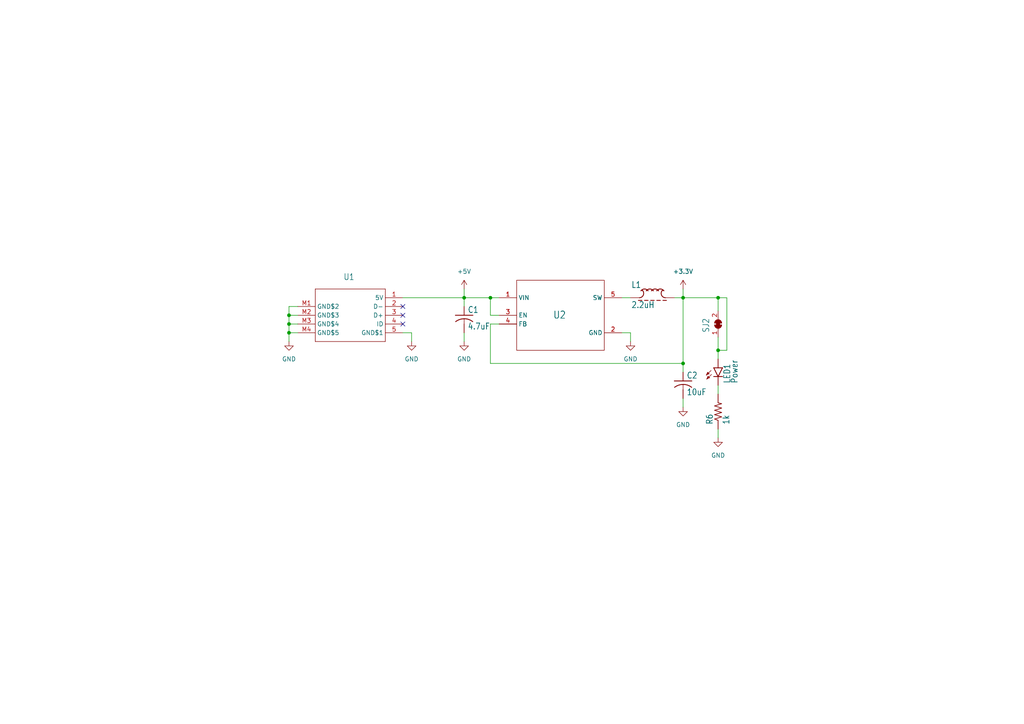
<source format=kicad_sch>
(kicad_sch (version 20230121) (generator eeschema)
  (paper "A4")
  (lib_symbols
    (symbol "Jumper:SolderJumper_2_Bridged" (pin_names (offset 0) hide)
      (property "Reference" "JP" (at 0 2.032 0))
      (property "Value" "SolderJumper_2_Bridged" (at 0 -2.54 0))
      (symbol "SolderJumper_2_Bridged_0_1"
        (rectangle (start -0.508 0.508) (end 0.508 -0.508) (fill (type outline)))
        (arc (start -0.254 1.016) (mid -1.2656 0) (end -0.254 -1.016))
        (arc (start -0.254 1.016) (mid -1.2656 0) (end -0.254 -1.016) (fill (type outline)))
        (polyline (pts (xy -0.254 1.016) (xy -0.254 -1.016)))
        (polyline (pts (xy 0.254 1.016) (xy 0.254 -1.016)))
        (arc (start 0.254 -1.016) (mid 1.2656 0) (end 0.254 1.016))
        (arc (start 0.254 -1.016) (mid 1.2656 0) (end 0.254 1.016) (fill (type outline)))
      )
      (symbol "SolderJumper_2_Bridged_1_1"
        (pin passive line (at -3.81 0 0) (length 2.54) (name "A") (number "1"))
        (pin passive line (at 3.81 0 180) (length 2.54) (name "B") (number "2"))
      )
    )
    (symbol "controller-eagle-import:10118194-MICRO-USB"
      (symbol "10118194-MICRO-USB_1_0"
        (polyline (pts (xy -10.16 -7.62) (xy 10.16 -7.62)) (stroke (width 0.1524)))
        (polyline (pts (xy -10.16 7.62) (xy -10.16 -7.62)) (stroke (width 0.1524)))
        (polyline (pts (xy 10.16 -7.62) (xy 10.16 7.62)) (stroke (width 0.1524)))
        (polyline (pts (xy 10.16 7.62) (xy -10.16 7.62)) (stroke (width 0.1524)))
        (pin bidirectional line (at -15.24 5.08 0) (length 5.08) (name "5V") (number "1"))
        (pin bidirectional line (at -15.24 2.54 0) (length 5.08) (name "D-") (number "2"))
        (pin bidirectional line (at -15.24 0 0) (length 5.08) (name "D+") (number "3"))
        (pin bidirectional line (at -15.24 -2.54 0) (length 5.08) (name "ID") (number "4"))
        (pin bidirectional line (at -15.24 -5.08 0) (length 5.08) (name "GND$1") (number "5"))
        (pin passive line (at 15.24 2.54 180) (length 5.08) (name "GND$2") (number "M1"))
        (pin passive line (at 15.24 0 180) (length 5.08) (name "GND$3") (number "M2"))
        (pin passive line (at 15.24 -2.54 180) (length 5.08) (name "GND$4") (number "M3"))
        (pin passive line (at 15.24 -5.08 180) (length 5.08) (name "GND$5") (number "M4"))
      )
    )
    (symbol "controller-eagle-import:C-USC0805"
      (property "Reference" "C" (at 1.016 0.635 0))
      (symbol "C-USC0805_1_0"
        (arc (start 0 -1.0161) (mid -1.302 -1.2303) (end -2.4668 -1.8504) (stroke (width 0.254)))
        (polyline (pts (xy -2.54 0) (xy 2.54 0)) (stroke (width 0.254)))
        (polyline (pts (xy 0 -1.016) (xy 0 -2.54)) (stroke (width 0.1524)))
        (arc (start 2.4892 -1.8541) (mid 1.3158 -1.2194) (end 0 -1) (stroke (width 0.254)))
        (pin passive line (at 0 2.54 270) (length 2.54) (name "1") (number "1"))
        (pin passive line (at 0 -5.08 90) (length 2.54) (name "2") (number "2"))
      )
    )
    (symbol "controller-eagle-import:IND-0805"
      (property "Reference" "L" (at -4.88 2.794 0))
      (symbol "IND-0805_1_0"
        (arc (start -2.54 0) (mid -1.4041 0.7019) (end -1.5239 2.0318) (stroke (width 0.254)))
        (arc (start -1.524 2.032) (mid -1.778 2.189) (end -2.032 2.032) (stroke (width 0.254)))
        (polyline (pts (xy -2.794 -0.762) (xy -1.778 -0.762)) (stroke (width 0.254)))
        (polyline (pts (xy -1.016 -0.762) (xy 0 -0.762)) (stroke (width 0.254)))
        (polyline (pts (xy 0.762 -0.762) (xy 1.778 -0.762)) (stroke (width 0.254)))
        (polyline (pts (xy 2.54 -0.762) (xy 3.556 -0.762)) (stroke (width 0.254)))
        (polyline (pts (xy 4.318 -0.762) (xy 5.334 -0.762)) (stroke (width 0.254)))
        (arc (start 0 2.032) (mid -1.016 2.54) (end -2.032 2.032) (stroke (width 0.254)))
        (arc (start 0 2.032) (mid -0.254 2.189) (end -0.508 2.032) (stroke (width 0.254)))
        (arc (start 1.524 2.032) (mid 0.508 2.54) (end -0.508 2.032) (stroke (width 0.254)))
        (arc (start 1.524 2.032) (mid 1.27 2.189) (end 1.016 2.032) (stroke (width 0.254)))
        (arc (start 3.048 2.032) (mid 2.032 2.54) (end 1.016 2.032) (stroke (width 0.254)))
        (arc (start 3.048 2.032) (mid 2.794 2.189) (end 2.54 2.032) (stroke (width 0.254)))
        (arc (start 4.064 2.032) (mid 3.9439 0.7021) (end 5.0798 -0.0001) (stroke (width 0.254)))
        (arc (start 4.572 2.032) (mid 3.556 2.54) (end 2.54 2.032) (stroke (width 0.254)))
        (arc (start 4.572 2.032) (mid 4.318 2.189) (end 4.064 2.032) (stroke (width 0.254)))
        (pin passive line (at -5.08 0 0) (length 2.54) (name "1") (number "1"))
        (pin passive line (at 7.62 0 180) (length 2.54) (name "2") (number "2"))
      )
    )
    (symbol "controller-eagle-import:LEDCHIPLED_0805"
      (property "Reference" "LED" (at 3.556 -4.572 90))
      (symbol "LEDCHIPLED_0805_1_0"
        (polyline (pts (xy -2.032 -0.762) (xy -3.429 -2.159)) (stroke (width 0.1524)))
        (polyline (pts (xy -1.905 -1.905) (xy -3.302 -3.302)) (stroke (width 0.1524)))
        (polyline (pts (xy 0 -2.54) (xy -1.27 -2.54)) (stroke (width 0.254)))
        (polyline (pts (xy 0 -2.54) (xy -1.27 0)) (stroke (width 0.254)))
        (polyline (pts (xy 0 0) (xy -1.27 0)) (stroke (width 0.254)))
        (polyline (pts (xy 1.27 -2.54) (xy 0 -2.54)) (stroke (width 0.254)))
        (polyline (pts (xy 1.27 0) (xy 0 -2.54)) (stroke (width 0.254)))
        (polyline (pts (xy 1.27 0) (xy 0 0)) (stroke (width 0.254)))
        (polyline (pts (xy -3.429 -2.159) (xy -3.048 -1.27) (xy -2.54 -1.778)) (stroke (width 0.1524)) (fill (type outline)))
        (polyline (pts (xy -3.302 -3.302) (xy -2.921 -2.413) (xy -2.413 -2.921)) (stroke (width 0.1524)) (fill (type outline)))
        (pin passive line (at 0 2.54 270) (length 2.54) (name "A") (number "A"))
        (pin passive line (at 0 -5.08 90) (length 2.54) (name "C") (number "C"))
      )
    )
    (symbol "controller-eagle-import:LM3671MF-3.3/NOPBMF05A-M"
      (symbol "LM3671MF-3.3/NOPBMF05A-M_1_0"
        (polyline (pts (xy 7.62 -15.24) (xy 33.02 -15.24)) (stroke (width 0.1524)))
        (polyline (pts (xy 7.62 5.08) (xy 7.62 -15.24)) (stroke (width 0.1524)))
        (polyline (pts (xy 33.02 -15.24) (xy 33.02 5.08)) (stroke (width 0.1524)))
        (polyline (pts (xy 33.02 5.08) (xy 7.62 5.08)) (stroke (width 0.1524)))
        (pin input line (at 2.54 0 0) (length 5.08) (name "VIN") (number "1"))
        (pin passive line (at 38.1 -10.16 180) (length 5.08) (name "GND") (number "2"))
        (pin passive line (at 2.54 -5.08 0) (length 5.08) (name "EN") (number "3"))
        (pin passive line (at 2.54 -7.62 0) (length 5.08) (name "FB") (number "4"))
        (pin output line (at 38.1 0 180) (length 5.08) (name "SW") (number "5"))
      )
    )
    (symbol "controller-eagle-import:R-US_R0805"
      (property "Reference" "R" (at -3.81 1.4986 0))
      (symbol "R-US_R0805_1_0"
        (polyline (pts (xy -2.54 0) (xy -2.159 1.016)) (stroke (width 0.2032)))
        (polyline (pts (xy -2.159 1.016) (xy -1.524 -1.016)) (stroke (width 0.2032)))
        (polyline (pts (xy -1.524 -1.016) (xy -0.889 1.016)) (stroke (width 0.2032)))
        (polyline (pts (xy -0.889 1.016) (xy -0.254 -1.016)) (stroke (width 0.2032)))
        (polyline (pts (xy -0.254 -1.016) (xy 0.381 1.016)) (stroke (width 0.2032)))
        (polyline (pts (xy 0.381 1.016) (xy 1.016 -1.016)) (stroke (width 0.2032)))
        (polyline (pts (xy 1.016 -1.016) (xy 1.651 1.016)) (stroke (width 0.2032)))
        (polyline (pts (xy 1.651 1.016) (xy 2.286 -1.016)) (stroke (width 0.2032)))
        (polyline (pts (xy 2.286 -1.016) (xy 2.54 0)) (stroke (width 0.2032)))
        (pin passive line (at -5.08 0 0) (length 2.54) (name "1") (number "1"))
        (pin passive line (at 5.08 0 180) (length 2.54) (name "2") (number "2"))
      )
    )
    (symbol "power:+3.3V" (power) (pin_names (offset 0))
      (property "Value" "+3.3V" (at 0 3.556 0))
      (symbol "+3.3V_0_1"
        (polyline (pts (xy -0.762 1.27) (xy 0 2.54)))
        (polyline (pts (xy 0 0) (xy 0 2.54)))
        (polyline (pts (xy 0 2.54) (xy 0.762 1.27)))
      )
      (symbol "+3.3V_1_1"
        (pin power_in line (at 0 0 90) (length 0) hide (name "+3.3V") (number "1"))
      )
    )
    (symbol "power:+5V" (power) (pin_names (offset 0))
      (property "Value" "+5V" (at 0 3.556 0))
      (symbol "+5V_0_1"
        (polyline (pts (xy -0.762 1.27) (xy 0 2.54)))
        (polyline (pts (xy 0 0) (xy 0 2.54)))
        (polyline (pts (xy 0 2.54) (xy 0.762 1.27)))
      )
      (symbol "+5V_1_1"
        (pin power_in line (at 0 0 90) (length 0) hide (name "+5V") (number "1"))
      )
    )
    (symbol "power:GND" (power) (pin_names (offset 0))
      (property "Value" "GND" (at 0 -3.81 0))
      (symbol "GND_0_1"
        (polyline (pts (xy 0 0) (xy 0 -1.27) (xy 1.27 -1.27) (xy 0 -2.54) (xy -1.27 -1.27) (xy 0 -1.27)))
      )
      (symbol "GND_1_1"
        (pin power_in line (at 0 0 270) (length 0) hide (name "GND") (number "1"))
      )
    )
  )
  (junction (at 83.82 91.44))
  (junction (at 83.82 93.98))
  (junction (at 198.12 105.41))
  (junction (at 134.62 86.36))
  (junction (at 208.28 86.36))
  (junction (at 83.82 96.52))
  (junction (at 208.28 101.6))
  (junction (at 142.24 86.36))
  (junction (at 198.12 86.36))
  (no_connect (at 116.84 91.44))
  (no_connect (at 116.84 93.98))
  (no_connect (at 116.84 88.9))
  (wire (pts (xy 142.24 105.41) (xy 198.12 105.41)) (stroke (width 0.1524)))
  (wire (pts (xy 198.12 115.57) (xy 198.12 118.11)) (stroke (width 0.1524)))
  (wire (pts (xy 180.34 96.52) (xy 182.88 96.52)) (stroke (width 0.1524)))
  (wire (pts (xy 116.84 86.36) (xy 134.62 86.36)) (stroke (width 0.1524)))
  (wire (pts (xy 208.28 86.36) (xy 208.28 90.17)) (stroke (width 0.1524)))
  (wire (pts (xy 210.82 86.36) (xy 210.82 101.6)) (stroke (width 0.1524)))
  (wire (pts (xy 198.12 107.95) (xy 198.12 105.41)) (stroke (width 0.1524)))
  (wire (pts (xy 208.28 101.6) (xy 208.28 104.14)) (stroke (width 0.1524)))
  (wire (pts (xy 208.28 114.3) (xy 208.28 111.76)) (stroke (width 0.1524)))
  (wire (pts (xy 198.12 83.82) (xy 198.12 86.36)) (stroke (width 0.1524)))
  (wire (pts (xy 119.38 96.52) (xy 119.38 99.06)) (stroke (width 0.1524)))
  (wire (pts (xy 144.78 93.98) (xy 142.24 93.98)) (stroke (width 0.1524)))
  (wire (pts (xy 83.82 91.44) (xy 83.82 93.98)) (stroke (width 0.1524)))
  (wire (pts (xy 198.12 105.41) (xy 198.12 86.36)) (stroke (width 0.1524)))
  (wire (pts (xy 86.36 88.9) (xy 83.82 88.9)) (stroke (width 0.1524)))
  (wire (pts (xy 142.24 91.44) (xy 142.24 86.36)) (stroke (width 0.1524)))
  (wire (pts (xy 134.62 99.06) (xy 134.62 96.52)) (stroke (width 0.1524)))
  (wire (pts (xy 208.28 127) (xy 208.28 124.46)) (stroke (width 0.1524)))
  (wire (pts (xy 198.12 86.36) (xy 195.58 86.36)) (stroke (width 0.1524)))
  (wire (pts (xy 134.62 86.36) (xy 134.62 88.9)) (stroke (width 0.1524)))
  (wire (pts (xy 83.82 88.9) (xy 83.82 91.44)) (stroke (width 0.1524)))
  (wire (pts (xy 198.12 86.36) (xy 208.28 86.36)) (stroke (width 0.1524)))
  (wire (pts (xy 144.78 91.44) (xy 142.24 91.44)) (stroke (width 0.1524)))
  (wire (pts (xy 83.82 96.52) (xy 83.82 99.06)) (stroke (width 0.1524)))
  (wire (pts (xy 210.82 101.6) (xy 208.28 101.6)) (stroke (width 0.1524)))
  (wire (pts (xy 86.36 96.52) (xy 83.82 96.52)) (stroke (width 0.1524)))
  (wire (pts (xy 180.34 86.36) (xy 182.88 86.36)) (stroke (width 0.1524)))
  (wire (pts (xy 208.28 97.79) (xy 208.28 101.6)) (stroke (width 0.1524)))
  (wire (pts (xy 208.28 86.36) (xy 210.82 86.36)) (stroke (width 0.1524)))
  (wire (pts (xy 116.84 96.52) (xy 119.38 96.52)) (stroke (width 0.1524)))
  (wire (pts (xy 86.36 91.44) (xy 83.82 91.44)) (stroke (width 0.1524)))
  (wire (pts (xy 182.88 96.52) (xy 182.88 99.06)) (stroke (width 0.1524)))
  (wire (pts (xy 134.62 83.82) (xy 134.62 86.36)) (stroke (width 0.1524)))
  (wire (pts (xy 86.36 93.98) (xy 83.82 93.98)) (stroke (width 0.1524)))
  (wire (pts (xy 142.24 93.98) (xy 142.24 105.41)) (stroke (width 0.1524)))
  (wire (pts (xy 83.82 93.98) (xy 83.82 96.52)) (stroke (width 0.1524)))
  (wire (pts (xy 144.78 86.36) (xy 142.24 86.36)) (stroke (width 0.1524)))
  (wire (pts (xy 134.62 86.36) (xy 142.24 86.36)) (stroke (width 0.1524)))
  (symbol (lib_id "power:+3.3V") (at 198.12 83.82 0) (unit 1)
    (property "Reference" "#PWR07" (effects hide))
    (property "Value" "+3.3V" (at 198.12 78.74 0))
  )
  (symbol (lib_id "controller-eagle-import:10118194-MICRO-USB") (at 101.6 91.44 0) (mirror y) (unit 1)
    (property "Reference" "U1" (at 102.87 81.28 0) (effects (font (size 1.778 1.5113)) (justify left bottom)))
    (property "Value" "10118194-MICRO-USB" (effects hide))
    (property "Footprint" "controller:10118194-MICRO-USB" (effects hide))
  )
  (symbol (lib_id "controller-eagle-import:C-USC0805") (at 198.12 110.49 0) (unit 1)
    (property "Reference" "C2" (at 199.136 109.855 0) (effects (font (size 1.778 1.5113)) (justify left bottom)))
    (property "Value" "10uF" (at 199.136 114.681 0) (effects (font (size 1.778 1.5113)) (justify left bottom)))
    (property "Footprint" "controller:C0805" (effects hide))
  )
  (symbol (lib_id "power:GND") (at 208.28 127 0) (unit 1)
    (property "Reference" "#PWR05" (effects hide))
    (property "Value" "GND" (at 208.28 132.08 0))
  )
  (symbol (lib_id "power:+5V") (at 134.62 83.82 0) (unit 1)
    (property "Reference" "#PWR06" (effects hide))
    (property "Value" "+5V" (at 134.62 78.74 0))
  )
  (symbol (lib_id "controller-eagle-import:R-US_R0805") (at 208.28 119.38 90) (unit 1)
    (property "Reference" "R6" (at 206.7814 123.19 0) (effects (font (size 1.778 1.5113)) (justify left bottom)))
    (property "Value" "1k" (at 211.582 123.19 0) (effects (font (size 1.778 1.5113)) (justify left bottom)))
    (property "Footprint" "controller:R0805" (effects hide))
  )
  (symbol (lib_id "power:GND") (at 119.38 99.06 0) (unit 1)
    (property "Reference" "#PWR02" (effects hide))
    (property "Value" "GND" (at 119.38 104.14 0))
  )
  (symbol (lib_id "power:GND") (at 182.88 99.06 0) (unit 1)
    (property "Reference" "#PWR035" (effects hide))
    (property "Value" "GND" (at 182.88 104.14 0))
  )
  (symbol (lib_id "controller-eagle-import:LEDCHIPLED_0805") (at 208.28 106.68 0) (unit 1)
    (property "Reference" "LED1" (at 211.836 111.252 90) (effects (font (size 1.778 1.5113)) (justify left bottom)))
    (property "Value" "Power" (at 213.995 111.252 90) (effects (font (size 1.778 1.5113)) (justify left bottom)))
    (property "Footprint" "controller:CHIPLED_0805" (effects hide))
  )
  (symbol (lib_id "power:GND") (at 134.62 99.06 0) (unit 1)
    (property "Reference" "#PWR03" (effects hide))
    (property "Value" "GND" (at 134.62 104.14 0))
  )
  (symbol (lib_id "power:GND") (at 198.12 118.11 0) (unit 1)
    (property "Reference" "#PWR04" (effects hide))
    (property "Value" "GND" (at 198.12 123.19 0))
  )
  (symbol (lib_id "power:GND") (at 83.82 99.06 0) (unit 1)
    (property "Reference" "#PWR01" (effects hide))
    (property "Value" "GND" (at 83.82 104.14 0))
  )
  (symbol (lib_id "controller-eagle-import:LM3671MF-3.3/NOPBMF05A-M") (at 142.24 86.36 0) (unit 1)
    (property "Reference" "U2" (at 160.3756 92.4814 0) (effects (font (size 2.0828 1.7703)) (justify left bottom)))
    (property "Value" "LM3671MF-3.3/NOPBMF05A-M" (effects hide))
    (property "Footprint" "controller:MF05A-M" (effects hide))
  )
  (symbol (lib_id "controller-eagle-import:IND-0805") (at 187.96 86.36 0) (unit 1)
    (property "Reference" "L1" (at 183.08 83.566 0) (effects (font (size 1.778 1.5113)) (justify left bottom)))
    (property "Value" "2.2uH" (at 183.08 89.408 0) (effects (font (size 1.778 1.5113)) (justify left bottom)))
    (property "Footprint" "controller:C0805" (effects hide))
  )
  (symbol (lib_id "Jumper:SolderJumper_2_Bridged") (at 208.28 93.98 90) (unit 1)
    (property "Reference" "SJ2" (at 205.74 96.52 0) (effects (font (size 1.778 1.5113)) (justify left bottom)))
    (property "Value" "SJ" (effects hide))
    (property "Footprint" "controller:SJ" (effects hide))
  )
  (symbol (lib_id "controller-eagle-import:C-USC0805") (at 134.62 91.44 0) (unit 1)
    (property "Reference" "C1" (at 135.636 90.805 0) (effects (font (size 1.778 1.5113)) (justify left bottom)))
    (property "Value" "4.7uF" (at 135.636 95.631 0) (effects (font (size 1.778 1.5113)) (justify left bottom)))
    (property "Footprint" "controller:C0805" (effects hide))
  )
)
</source>
